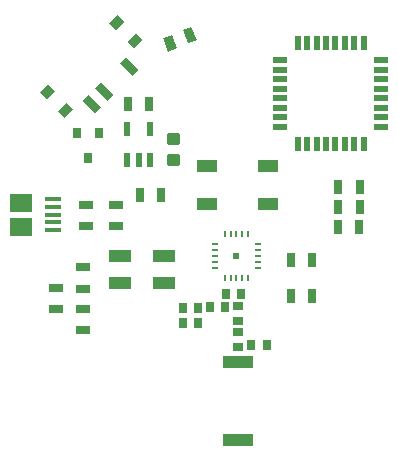
<source format=gtp>
G75*
%MOIN*%
%OFA0B0*%
%FSLAX25Y25*%
%IPPOS*%
%LPD*%
%AMOC8*
5,1,8,0,0,1.08239X$1,22.5*
%
%ADD10R,0.05000X0.02200*%
%ADD11R,0.02200X0.05000*%
%ADD12R,0.03150X0.03543*%
%ADD13R,0.06500X0.03937*%
%ADD14R,0.03150X0.04724*%
%ADD15R,0.04724X0.03150*%
%ADD16R,0.02165X0.04724*%
%ADD17R,0.05315X0.01575*%
%ADD18R,0.07480X0.05906*%
%ADD19R,0.10000X0.04000*%
%ADD20R,0.01969X0.01969*%
%ADD21R,0.00800X0.01900*%
%ADD22R,0.01900X0.00800*%
%ADD23R,0.03937X0.03150*%
%ADD24R,0.02756X0.05906*%
%ADD25R,0.07480X0.04331*%
%ADD26C,0.01181*%
%ADD27R,0.02756X0.03543*%
%ADD28R,0.03543X0.02756*%
D10*
X0099005Y0124713D03*
X0099005Y0127862D03*
X0099005Y0131012D03*
X0099005Y0134161D03*
X0099005Y0137311D03*
X0099005Y0140461D03*
X0099005Y0143610D03*
X0099005Y0146760D03*
X0132805Y0146760D03*
X0132805Y0143610D03*
X0132805Y0140461D03*
X0132805Y0137311D03*
X0132805Y0134161D03*
X0132805Y0131012D03*
X0132805Y0127862D03*
X0132805Y0124713D03*
D11*
X0126928Y0118836D03*
X0123779Y0118836D03*
X0120629Y0118836D03*
X0117480Y0118836D03*
X0114330Y0118836D03*
X0111180Y0118836D03*
X0108031Y0118836D03*
X0104881Y0118836D03*
X0104881Y0152636D03*
X0108031Y0152636D03*
X0111180Y0152636D03*
X0114330Y0152636D03*
X0117480Y0152636D03*
X0120629Y0152636D03*
X0123779Y0152636D03*
X0126928Y0152636D03*
D12*
X0038652Y0122585D03*
X0031171Y0122585D03*
X0034912Y0114317D03*
D13*
X0074579Y0111633D03*
X0074579Y0099035D03*
X0094870Y0099035D03*
X0094870Y0111633D03*
D14*
X0118407Y0104472D03*
X0118439Y0097867D03*
X0118323Y0091268D03*
X0125410Y0091268D03*
X0125525Y0097867D03*
X0125494Y0104472D03*
X0109674Y0080168D03*
X0102587Y0080168D03*
X0102587Y0068357D03*
X0109674Y0068357D03*
X0059281Y0101853D03*
X0052194Y0101853D03*
X0055416Y0132188D03*
X0048329Y0132188D03*
G36*
X0059947Y0154088D02*
X0062857Y0155293D01*
X0064665Y0150930D01*
X0061755Y0149725D01*
X0059947Y0154088D01*
G37*
G36*
X0066494Y0156800D02*
X0069404Y0158005D01*
X0071212Y0153642D01*
X0068302Y0152437D01*
X0066494Y0156800D01*
G37*
D15*
X0033296Y0056940D03*
X0033296Y0064026D03*
X0033296Y0070719D03*
X0033296Y0077806D03*
X0024275Y0070888D03*
X0024275Y0063801D03*
X0034214Y0091456D03*
X0034214Y0098542D03*
X0044469Y0098552D03*
X0044469Y0091465D03*
D16*
X0048136Y0113630D03*
X0051876Y0113630D03*
X0055616Y0113630D03*
X0055616Y0123867D03*
X0048136Y0123867D03*
D17*
X0023194Y0100419D03*
X0023194Y0097860D03*
X0023194Y0095301D03*
X0023194Y0092742D03*
X0023194Y0090183D03*
D18*
X0012564Y0091364D03*
X0012564Y0099238D03*
D19*
X0084875Y0046193D03*
X0084875Y0020193D03*
D20*
X0084482Y0081468D03*
D21*
X0084482Y0088768D03*
X0086432Y0088768D03*
X0088432Y0088768D03*
X0082532Y0088768D03*
X0080532Y0088768D03*
X0080532Y0074168D03*
X0082532Y0074168D03*
X0084482Y0074168D03*
X0086432Y0074168D03*
X0088432Y0074168D03*
D22*
X0091782Y0077518D03*
X0091782Y0079518D03*
X0091782Y0081468D03*
X0091782Y0083418D03*
X0091782Y0085418D03*
X0077182Y0085418D03*
X0077182Y0083418D03*
X0077182Y0081468D03*
X0077182Y0079518D03*
X0077182Y0077518D03*
D23*
G36*
X0025120Y0129869D02*
X0027902Y0132651D01*
X0030130Y0130423D01*
X0027348Y0127641D01*
X0025120Y0129869D01*
G37*
G36*
X0018996Y0135994D02*
X0021778Y0138776D01*
X0024006Y0136548D01*
X0021224Y0133766D01*
X0018996Y0135994D01*
G37*
G36*
X0042102Y0159100D02*
X0044884Y0161882D01*
X0047112Y0159654D01*
X0044330Y0156872D01*
X0042102Y0159100D01*
G37*
G36*
X0048226Y0152976D02*
X0051008Y0155758D01*
X0053236Y0153530D01*
X0050454Y0150748D01*
X0048226Y0152976D01*
G37*
D24*
G36*
X0045581Y0145875D02*
X0047530Y0147824D01*
X0051705Y0143649D01*
X0049756Y0141700D01*
X0045581Y0145875D01*
G37*
G36*
X0037230Y0137523D02*
X0039179Y0139472D01*
X0043354Y0135297D01*
X0041405Y0133348D01*
X0037230Y0137523D01*
G37*
G36*
X0033054Y0133347D02*
X0035003Y0135296D01*
X0039178Y0131121D01*
X0037229Y0129172D01*
X0033054Y0133347D01*
G37*
D25*
X0045713Y0081624D03*
X0045713Y0072569D03*
X0060279Y0072569D03*
X0060279Y0081624D03*
D26*
X0062099Y0115023D02*
X0064855Y0115023D01*
X0064855Y0112267D01*
X0062099Y0112267D01*
X0062099Y0115023D01*
X0062099Y0113447D02*
X0064855Y0113447D01*
X0064855Y0114627D02*
X0062099Y0114627D01*
X0062099Y0121928D02*
X0064855Y0121928D01*
X0064855Y0119172D01*
X0062099Y0119172D01*
X0062099Y0121928D01*
X0062099Y0120352D02*
X0064855Y0120352D01*
X0064855Y0121532D02*
X0062099Y0121532D01*
D27*
X0080930Y0068951D03*
X0080737Y0064420D03*
X0075619Y0064420D03*
X0071808Y0064381D03*
X0066690Y0064381D03*
X0066686Y0059259D03*
X0071804Y0059259D03*
X0086048Y0068951D03*
X0089398Y0051822D03*
X0094517Y0051822D03*
D28*
X0084871Y0051231D03*
X0084871Y0056349D03*
X0084871Y0059892D03*
X0084871Y0065010D03*
M02*

</source>
